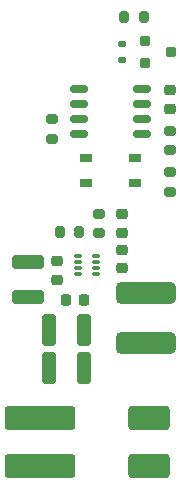
<source format=gts>
G04 #@! TF.GenerationSoftware,KiCad,Pcbnew,8.0.8*
G04 #@! TF.CreationDate,2025-10-05T08:52:29-04:00*
G04 #@! TF.ProjectId,project-hw-2-18650,70726f6a-6563-4742-9d68-772d322d3138,rev?*
G04 #@! TF.SameCoordinates,Original*
G04 #@! TF.FileFunction,Soldermask,Top*
G04 #@! TF.FilePolarity,Negative*
%FSLAX46Y46*%
G04 Gerber Fmt 4.6, Leading zero omitted, Abs format (unit mm)*
G04 Created by KiCad (PCBNEW 8.0.8) date 2025-10-05 08:52:29*
%MOMM*%
%LPD*%
G01*
G04 APERTURE LIST*
G04 Aperture macros list*
%AMRoundRect*
0 Rectangle with rounded corners*
0 $1 Rounding radius*
0 $2 $3 $4 $5 $6 $7 $8 $9 X,Y pos of 4 corners*
0 Add a 4 corners polygon primitive as box body*
4,1,4,$2,$3,$4,$5,$6,$7,$8,$9,$2,$3,0*
0 Add four circle primitives for the rounded corners*
1,1,$1+$1,$2,$3*
1,1,$1+$1,$4,$5*
1,1,$1+$1,$6,$7*
1,1,$1+$1,$8,$9*
0 Add four rect primitives between the rounded corners*
20,1,$1+$1,$2,$3,$4,$5,0*
20,1,$1+$1,$4,$5,$6,$7,0*
20,1,$1+$1,$6,$7,$8,$9,0*
20,1,$1+$1,$8,$9,$2,$3,0*%
G04 Aperture macros list end*
%ADD10RoundRect,0.200000X0.200000X0.275000X-0.200000X0.275000X-0.200000X-0.275000X0.200000X-0.275000X0*%
%ADD11RoundRect,0.200000X-0.250000X-0.200000X0.250000X-0.200000X0.250000X0.200000X-0.250000X0.200000X0*%
%ADD12RoundRect,0.125000X-0.175000X0.125000X-0.175000X-0.125000X0.175000X-0.125000X0.175000X0.125000X0*%
%ADD13RoundRect,0.150000X0.625000X0.150000X-0.625000X0.150000X-0.625000X-0.150000X0.625000X-0.150000X0*%
%ADD14RoundRect,0.200000X-0.275000X0.200000X-0.275000X-0.200000X0.275000X-0.200000X0.275000X0.200000X0*%
%ADD15R,1.050000X0.650000*%
%ADD16RoundRect,0.225000X-0.250000X0.225000X-0.250000X-0.225000X0.250000X-0.225000X0.250000X0.225000X0*%
%ADD17RoundRect,0.050000X-0.285000X-0.100000X0.285000X-0.100000X0.285000X0.100000X-0.285000X0.100000X0*%
%ADD18RoundRect,0.475000X-2.075000X0.475000X-2.075000X-0.475000X2.075000X-0.475000X2.075000X0.475000X0*%
%ADD19RoundRect,0.250000X-1.500000X-0.750000X1.500000X-0.750000X1.500000X0.750000X-1.500000X0.750000X0*%
%ADD20RoundRect,0.250000X-2.750000X-0.750000X2.750000X-0.750000X2.750000X0.750000X-2.750000X0.750000X0*%
%ADD21RoundRect,0.250000X0.325000X1.100000X-0.325000X1.100000X-0.325000X-1.100000X0.325000X-1.100000X0*%
%ADD22RoundRect,0.225000X0.225000X0.250000X-0.225000X0.250000X-0.225000X-0.250000X0.225000X-0.250000X0*%
%ADD23RoundRect,0.225000X0.250000X-0.225000X0.250000X0.225000X-0.250000X0.225000X-0.250000X-0.225000X0*%
%ADD24RoundRect,0.250000X-1.100000X0.325000X-1.100000X-0.325000X1.100000X-0.325000X1.100000X0.325000X0*%
G04 APERTURE END LIST*
D10*
X30175000Y-18000000D03*
X31825000Y-18000000D03*
D11*
X31900000Y-20050000D03*
X31900000Y-21950000D03*
X34100000Y-21000000D03*
D12*
X30000000Y-21700000D03*
X30000000Y-20300000D03*
D13*
X31700000Y-27905000D03*
X31700000Y-26635000D03*
X31700000Y-25365000D03*
X31700000Y-24095000D03*
X26300000Y-24095000D03*
X26300000Y-25365000D03*
X26300000Y-26635000D03*
X26300000Y-27905000D03*
D14*
X34000000Y-29325000D03*
X34000000Y-27675000D03*
D15*
X31075000Y-32075000D03*
X26925000Y-32075000D03*
X31075000Y-29925000D03*
X26925000Y-29925000D03*
D14*
X24000000Y-28325000D03*
X24000000Y-26675000D03*
X34000000Y-31175000D03*
X34000000Y-32825000D03*
D16*
X34000000Y-24225000D03*
X34000000Y-25775000D03*
D14*
X28000000Y-34675000D03*
X28000000Y-36325000D03*
D17*
X26260000Y-38250000D03*
X26260000Y-38750000D03*
X26260000Y-39250000D03*
X26260000Y-39750000D03*
X27740000Y-39750000D03*
X27740000Y-39250000D03*
X27740000Y-38750000D03*
X27740000Y-38250000D03*
D10*
X24675000Y-36250000D03*
X26325000Y-36250000D03*
D18*
X32000000Y-45600000D03*
X32000000Y-41400000D03*
D19*
X32250000Y-56000000D03*
D20*
X23000000Y-56000000D03*
D19*
X32250000Y-52000000D03*
D20*
X23000000Y-52000000D03*
D16*
X30000000Y-37725000D03*
X30000000Y-39275000D03*
D21*
X26725000Y-44500000D03*
X23775000Y-44500000D03*
D22*
X26775000Y-42000000D03*
X25225000Y-42000000D03*
D21*
X26725000Y-47750000D03*
X23775000Y-47750000D03*
D23*
X30000000Y-36275000D03*
X30000000Y-34725000D03*
D16*
X24500000Y-40275000D03*
X24500000Y-38725000D03*
D24*
X22000000Y-38775000D03*
X22000000Y-41725000D03*
M02*

</source>
